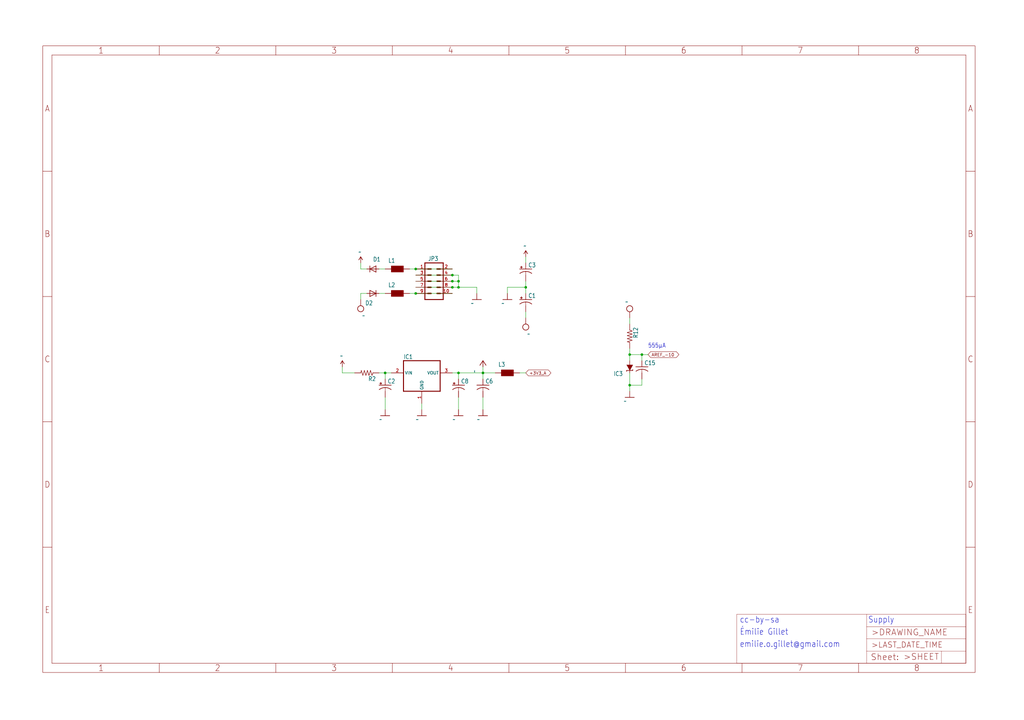
<source format=kicad_sch>
(kicad_sch (version 20211123) (generator eeschema)
  (paper "User" 425.45 299.161)
  (lib_symbols
    (symbol "rings-eagle-import:+3V3" (power)
      (property "Value" "+3V3" (at -2.54 -5.08 90))
      (symbol "+3V3_1_0"
        (polyline (pts (xy 0 0) (xy -1.27 -1.905)) (stroke (width 0.254)))
        (polyline (pts (xy 1.27 -1.905) (xy 0 0)) (stroke (width 0.254)))
        (pin power_in line (at 0 -2.54 90) (length 2.54) (name "+3V3") (number "1"))
      )
    )
    (symbol "rings-eagle-import:A3L-LOC"
      (symbol "A3L-LOC_1_0"
        (polyline (pts (xy 0 52.07) (xy 3.81 52.07)))
        (polyline (pts (xy 0 104.14) (xy 3.81 104.14)))
        (polyline (pts (xy 0 156.21) (xy 3.81 156.21)))
        (polyline (pts (xy 0 208.28) (xy 3.81 208.28)))
        (polyline (pts (xy 3.81 3.81) (xy 3.81 256.54)))
        (polyline (pts (xy 48.4188 0) (xy 48.4188 3.81)))
        (polyline (pts (xy 48.4188 256.54) (xy 48.4188 260.35)))
        (polyline (pts (xy 96.8375 0) (xy 96.8375 3.81)))
        (polyline (pts (xy 96.8375 256.54) (xy 96.8375 260.35)))
        (polyline (pts (xy 145.2563 0) (xy 145.2563 3.81)))
        (polyline (pts (xy 145.2563 256.54) (xy 145.2563 260.35)))
        (polyline (pts (xy 193.675 0) (xy 193.675 3.81)))
        (polyline (pts (xy 193.675 256.54) (xy 193.675 260.35)))
        (polyline (pts (xy 242.0938 0) (xy 242.0938 3.81)))
        (polyline (pts (xy 242.0938 256.54) (xy 242.0938 260.35)))
        (polyline (pts (xy 288.29 3.81) (xy 288.29 24.13)) (stroke (width 0.1016)))
        (polyline (pts (xy 288.29 3.81) (xy 342.265 3.81)) (stroke (width 0.1016)))
        (polyline (pts (xy 288.29 24.13) (xy 342.265 24.13)) (stroke (width 0.1016)))
        (polyline (pts (xy 290.5125 0) (xy 290.5125 3.81)))
        (polyline (pts (xy 290.5125 256.54) (xy 290.5125 260.35)))
        (polyline (pts (xy 338.9313 0) (xy 338.9313 3.81)))
        (polyline (pts (xy 338.9313 256.54) (xy 338.9313 260.35)))
        (polyline (pts (xy 342.265 3.81) (xy 373.38 3.81)) (stroke (width 0.1016)))
        (polyline (pts (xy 342.265 8.89) (xy 342.265 3.81)) (stroke (width 0.1016)))
        (polyline (pts (xy 342.265 8.89) (xy 342.265 13.97)) (stroke (width 0.1016)))
        (polyline (pts (xy 342.265 13.97) (xy 342.265 19.05)) (stroke (width 0.1016)))
        (polyline (pts (xy 342.265 13.97) (xy 383.54 13.97)) (stroke (width 0.1016)))
        (polyline (pts (xy 342.265 19.05) (xy 342.265 24.13)) (stroke (width 0.1016)))
        (polyline (pts (xy 342.265 19.05) (xy 383.54 19.05)) (stroke (width 0.1016)))
        (polyline (pts (xy 342.265 24.13) (xy 383.54 24.13)) (stroke (width 0.1016)))
        (polyline (pts (xy 373.38 3.81) (xy 373.38 8.89)) (stroke (width 0.1016)))
        (polyline (pts (xy 373.38 3.81) (xy 383.54 3.81)) (stroke (width 0.1016)))
        (polyline (pts (xy 373.38 8.89) (xy 342.265 8.89)) (stroke (width 0.1016)))
        (polyline (pts (xy 373.38 8.89) (xy 383.54 8.89)) (stroke (width 0.1016)))
        (polyline (pts (xy 383.54 3.81) (xy 3.81 3.81)))
        (polyline (pts (xy 383.54 3.81) (xy 383.54 8.89)) (stroke (width 0.1016)))
        (polyline (pts (xy 383.54 3.81) (xy 383.54 256.54)))
        (polyline (pts (xy 383.54 8.89) (xy 383.54 13.97)) (stroke (width 0.1016)))
        (polyline (pts (xy 383.54 13.97) (xy 383.54 19.05)) (stroke (width 0.1016)))
        (polyline (pts (xy 383.54 19.05) (xy 383.54 24.13)) (stroke (width 0.1016)))
        (polyline (pts (xy 383.54 52.07) (xy 387.35 52.07)))
        (polyline (pts (xy 383.54 104.14) (xy 387.35 104.14)))
        (polyline (pts (xy 383.54 156.21) (xy 387.35 156.21)))
        (polyline (pts (xy 383.54 208.28) (xy 387.35 208.28)))
        (polyline (pts (xy 383.54 256.54) (xy 3.81 256.54)))
        (polyline (pts (xy 0 0) (xy 387.35 0) (xy 387.35 260.35) (xy 0 260.35) (xy 0 0)))
        (text "1" (at 24.2094 1.905 0) (effects (font (size 2.54 2.286))))
        (text "1" (at 24.2094 258.445 0) (effects (font (size 2.54 2.286))))
        (text "2" (at 72.6281 1.905 0) (effects (font (size 2.54 2.286))))
        (text "2" (at 72.6281 258.445 0) (effects (font (size 2.54 2.286))))
        (text "3" (at 121.0469 1.905 0) (effects (font (size 2.54 2.286))))
        (text "3" (at 121.0469 258.445 0) (effects (font (size 2.54 2.286))))
        (text "4" (at 169.4656 1.905 0) (effects (font (size 2.54 2.286))))
        (text "4" (at 169.4656 258.445 0) (effects (font (size 2.54 2.286))))
        (text "5" (at 217.8844 1.905 0) (effects (font (size 2.54 2.286))))
        (text "5" (at 217.8844 258.445 0) (effects (font (size 2.54 2.286))))
        (text "6" (at 266.3031 1.905 0) (effects (font (size 2.54 2.286))))
        (text "6" (at 266.3031 258.445 0) (effects (font (size 2.54 2.286))))
        (text "7" (at 314.7219 1.905 0) (effects (font (size 2.54 2.286))))
        (text "7" (at 314.7219 258.445 0) (effects (font (size 2.54 2.286))))
        (text "8" (at 363.1406 1.905 0) (effects (font (size 2.54 2.286))))
        (text "8" (at 363.1406 258.445 0) (effects (font (size 2.54 2.286))))
        (text ">DRAWING_NAME" (at 344.17 15.24 0) (effects (font (size 2.54 2.54)) (justify left bottom)))
        (text ">LAST_DATE_TIME" (at 344.17 10.16 0) (effects (font (size 2.286 2.286)) (justify left bottom)))
        (text ">SHEET" (at 357.505 5.08 0) (effects (font (size 2.54 2.54)) (justify left bottom)))
        (text "A" (at 1.905 234.315 0) (effects (font (size 2.54 2.286))))
        (text "A" (at 385.445 234.315 0) (effects (font (size 2.54 2.286))))
        (text "B" (at 1.905 182.245 0) (effects (font (size 2.54 2.286))))
        (text "B" (at 385.445 182.245 0) (effects (font (size 2.54 2.286))))
        (text "C" (at 1.905 130.175 0) (effects (font (size 2.54 2.286))))
        (text "C" (at 385.445 130.175 0) (effects (font (size 2.54 2.286))))
        (text "D" (at 1.905 78.105 0) (effects (font (size 2.54 2.286))))
        (text "D" (at 385.445 78.105 0) (effects (font (size 2.54 2.286))))
        (text "E" (at 1.905 26.035 0) (effects (font (size 2.54 2.286))))
        (text "E" (at 385.445 26.035 0) (effects (font (size 2.54 2.286))))
        (text "Sheet:" (at 343.916 4.953 0) (effects (font (size 2.54 2.54)) (justify left bottom)))
      )
    )
    (symbol "rings-eagle-import:C-USC0603"
      (property "Reference" "C" (at 1.016 0.635 0))
      (property "Value" "C-USC0603" (at 1.016 -4.191 0))
      (symbol "C-USC0603_1_0"
        (arc (start 0 -1.0161) (mid -1.302 -1.2303) (end -2.4668 -1.8504) (stroke (width 0.254)))
        (polyline (pts (xy -2.54 0) (xy 2.54 0)) (stroke (width 0.254)))
        (polyline (pts (xy 0 -1.016) (xy 0 -2.54)) (stroke (width 0.1524)))
        (arc (start 2.4892 -1.8542) (mid 1.3158 -1.2195) (end 0 -1) (stroke (width 0.254)))
        (pin passive line (at 0 2.54 270) (length 2.54) (name "1") (number "1"))
        (pin passive line (at 0 -5.08 90) (length 2.54) (name "2") (number "2"))
      )
    )
    (symbol "rings-eagle-import:CPOL-USC"
      (property "Reference" "C" (at 1.016 0.635 0))
      (property "Value" "CPOL-USC" (at 1.016 -4.191 0))
      (symbol "CPOL-USC_1_0"
        (rectangle (start -2.253 0.668) (end -1.364 0.795) (fill (type outline)))
        (rectangle (start -1.872 0.287) (end -1.745 1.176) (fill (type outline)))
        (arc (start 0 -1.0161) (mid -1.3021 -1.2302) (end -2.4669 -1.8504) (stroke (width 0.254)))
        (polyline (pts (xy -2.54 0) (xy 2.54 0)) (stroke (width 0.254)))
        (polyline (pts (xy 0 -1.016) (xy 0 -2.54)) (stroke (width 0.1524)))
        (arc (start 2.4892 -1.8542) (mid 1.3158 -1.2195) (end 0 -1) (stroke (width 0.254)))
        (pin passive line (at 0 2.54 270) (length 2.54) (name "+") (number "+"))
        (pin passive line (at 0 -5.08 90) (length 2.54) (name "-") (number "-"))
      )
    )
    (symbol "rings-eagle-import:CPOL-USD"
      (property "Reference" "C" (at 1.016 0.635 0))
      (property "Value" "CPOL-USD" (at 1.016 -4.191 0))
      (symbol "CPOL-USD_1_0"
        (rectangle (start -2.253 0.668) (end -1.364 0.795) (fill (type outline)))
        (rectangle (start -1.872 0.287) (end -1.745 1.176) (fill (type outline)))
        (arc (start 0 -1.0161) (mid -1.3021 -1.2302) (end -2.4669 -1.8504) (stroke (width 0.254)))
        (polyline (pts (xy -2.54 0) (xy 2.54 0)) (stroke (width 0.254)))
        (polyline (pts (xy 0 -1.016) (xy 0 -2.54)) (stroke (width 0.1524)))
        (arc (start 2.4892 -1.8542) (mid 1.3158 -1.2195) (end 0 -1) (stroke (width 0.254)))
        (pin passive line (at 0 2.54 270) (length 2.54) (name "+") (number "+"))
        (pin passive line (at 0 -5.08 90) (length 2.54) (name "-") (number "-"))
      )
    )
    (symbol "rings-eagle-import:DIODE-SOD123"
      (property "Reference" "D" (at 2.54 0.4826 0))
      (property "Value" "DIODE-SOD123" (at 2.54 -2.3114 0))
      (symbol "DIODE-SOD123_1_0"
        (polyline (pts (xy -1.27 -1.27) (xy 1.27 0)) (stroke (width 0.254)))
        (polyline (pts (xy -1.27 1.27) (xy -1.27 -1.27)) (stroke (width 0.254)))
        (polyline (pts (xy 1.27 0) (xy -1.27 1.27)) (stroke (width 0.254)))
        (polyline (pts (xy 1.27 0) (xy 1.27 -1.27)) (stroke (width 0.254)))
        (polyline (pts (xy 1.27 1.27) (xy 1.27 0)) (stroke (width 0.254)))
        (pin passive line (at -2.54 0 0) (length 2.54) (name "A") (number "A"))
        (pin passive line (at 2.54 0 180) (length 2.54) (name "C") (number "C"))
      )
    )
    (symbol "rings-eagle-import:GND" (power)
      (property "Value" "GND" (at -2.54 -2.54 0))
      (symbol "GND_1_0"
        (polyline (pts (xy -1.905 0) (xy 1.905 0)) (stroke (width 0.254)))
        (pin power_in line (at 0 2.54 270) (length 2.54) (name "GND") (number "1"))
      )
    )
    (symbol "rings-eagle-import:LM4041DBZ"
      (property "Reference" "IC" (at 2.794 1.905 0))
      (property "Value" "LM4041DBZ" (at 2.794 -0.889 0))
      (symbol "LM4041DBZ_1_0"
        (polyline (pts (xy -1.27 1.524) (xy -1.27 1.143)) (stroke (width 0.254)))
        (polyline (pts (xy 0 1.524) (xy -1.27 1.524)) (stroke (width 0.254)))
        (polyline (pts (xy 1.27 1.524) (xy 0 1.524)) (stroke (width 0.254)))
        (polyline (pts (xy 1.27 1.905) (xy 1.27 1.524)) (stroke (width 0.254)))
        (polyline (pts (xy 0 1.524) (xy -1.27 -0.762) (xy 1.27 -0.762)) (fill (type outline)))
        (pin passive line (at 0 2.54 270) (length 2.54) (name "C") (number "1"))
        (pin passive line (at 0 -2.54 90) (length 2.54) (name "A") (number "2"))
      )
    )
    (symbol "rings-eagle-import:M05X2PTH"
      (property "Reference" "JP" (at -2.54 8.382 0))
      (property "Value" "M05X2PTH" (at -2.54 -10.16 0))
      (symbol "M05X2PTH_1_0"
        (polyline (pts (xy -3.81 7.62) (xy -3.81 -7.62)) (stroke (width 0.4064)))
        (polyline (pts (xy -3.81 7.62) (xy 3.81 7.62)) (stroke (width 0.4064)))
        (polyline (pts (xy -1.27 -5.08) (xy -2.54 -5.08)) (stroke (width 0.6096)))
        (polyline (pts (xy -1.27 -2.54) (xy -2.54 -2.54)) (stroke (width 0.6096)))
        (polyline (pts (xy -1.27 0) (xy -2.54 0)) (stroke (width 0.6096)))
        (polyline (pts (xy -1.27 2.54) (xy -2.54 2.54)) (stroke (width 0.6096)))
        (polyline (pts (xy -1.27 5.08) (xy -2.54 5.08)) (stroke (width 0.6096)))
        (polyline (pts (xy 1.27 -5.08) (xy 2.54 -5.08)) (stroke (width 0.6096)))
        (polyline (pts (xy 1.27 -2.54) (xy 2.54 -2.54)) (stroke (width 0.6096)))
        (polyline (pts (xy 1.27 0) (xy 2.54 0)) (stroke (width 0.6096)))
        (polyline (pts (xy 1.27 2.54) (xy 2.54 2.54)) (stroke (width 0.6096)))
        (polyline (pts (xy 1.27 5.08) (xy 2.54 5.08)) (stroke (width 0.6096)))
        (polyline (pts (xy 3.81 -7.62) (xy -3.81 -7.62)) (stroke (width 0.4064)))
        (polyline (pts (xy 3.81 -7.62) (xy 3.81 7.62)) (stroke (width 0.4064)))
        (pin passive line (at -7.62 5.08 0) (length 5.08) (name "1") (number "1"))
        (pin passive line (at 7.62 -5.08 180) (length 5.08) (name "10") (number "10"))
        (pin passive line (at 7.62 5.08 180) (length 5.08) (name "2") (number "2"))
        (pin passive line (at -7.62 2.54 0) (length 5.08) (name "3") (number "3"))
        (pin passive line (at 7.62 2.54 180) (length 5.08) (name "4") (number "4"))
        (pin passive line (at -7.62 0 0) (length 5.08) (name "5") (number "5"))
        (pin passive line (at 7.62 0 180) (length 5.08) (name "6") (number "6"))
        (pin passive line (at -7.62 -2.54 0) (length 5.08) (name "7") (number "7"))
        (pin passive line (at 7.62 -2.54 180) (length 5.08) (name "8") (number "8"))
        (pin passive line (at -7.62 -5.08 0) (length 5.08) (name "9") (number "9"))
      )
    )
    (symbol "rings-eagle-import:R-US_R0603"
      (property "Reference" "R" (at -3.81 1.4986 0))
      (property "Value" "R-US_R0603" (at -3.81 -3.302 0))
      (symbol "R-US_R0603_1_0"
        (polyline (pts (xy -2.54 0) (xy -2.159 1.016)) (stroke (width 0.2032)))
        (polyline (pts (xy -2.159 1.016) (xy -1.524 -1.016)) (stroke (width 0.2032)))
        (polyline (pts (xy -1.524 -1.016) (xy -0.889 1.016)) (stroke (width 0.2032)))
        (polyline (pts (xy -0.889 1.016) (xy -0.254 -1.016)) (stroke (width 0.2032)))
        (polyline (pts (xy -0.254 -1.016) (xy 0.381 1.016)) (stroke (width 0.2032)))
        (polyline (pts (xy 0.381 1.016) (xy 1.016 -1.016)) (stroke (width 0.2032)))
        (polyline (pts (xy 1.016 -1.016) (xy 1.651 1.016)) (stroke (width 0.2032)))
        (polyline (pts (xy 1.651 1.016) (xy 2.286 -1.016)) (stroke (width 0.2032)))
        (polyline (pts (xy 2.286 -1.016) (xy 2.54 0)) (stroke (width 0.2032)))
        (pin passive line (at -5.08 0 0) (length 2.54) (name "1") (number "1"))
        (pin passive line (at 5.08 0 180) (length 2.54) (name "2") (number "2"))
      )
    )
    (symbol "rings-eagle-import:R-US_R1206"
      (property "Reference" "R" (at -3.81 1.4986 0))
      (property "Value" "R-US_R1206" (at -3.81 -3.302 0))
      (symbol "R-US_R1206_1_0"
        (polyline (pts (xy -2.54 0) (xy -2.159 1.016)) (stroke (width 0.2032)))
        (polyline (pts (xy -2.159 1.016) (xy -1.524 -1.016)) (stroke (width 0.2032)))
        (polyline (pts (xy -1.524 -1.016) (xy -0.889 1.016)) (stroke (width 0.2032)))
        (polyline (pts (xy -0.889 1.016) (xy -0.254 -1.016)) (stroke (width 0.2032)))
        (polyline (pts (xy -0.254 -1.016) (xy 0.381 1.016)) (stroke (width 0.2032)))
        (polyline (pts (xy 0.381 1.016) (xy 1.016 -1.016)) (stroke (width 0.2032)))
        (polyline (pts (xy 1.016 -1.016) (xy 1.651 1.016)) (stroke (width 0.2032)))
        (polyline (pts (xy 1.651 1.016) (xy 2.286 -1.016)) (stroke (width 0.2032)))
        (polyline (pts (xy 2.286 -1.016) (xy 2.54 0)) (stroke (width 0.2032)))
        (pin passive line (at -5.08 0 0) (length 2.54) (name "1") (number "1"))
        (pin passive line (at 5.08 0 180) (length 2.54) (name "2") (number "2"))
      )
    )
    (symbol "rings-eagle-import:REG1117T"
      (property "Reference" "IC" (at -7.62 5.715 0))
      (property "Value" "REG1117T" (at -5.08 2.54 0))
      (symbol "REG1117T_1_0"
        (polyline (pts (xy -7.62 -7.62) (xy 7.62 -7.62)) (stroke (width 0.4064)))
        (polyline (pts (xy -7.62 5.08) (xy -7.62 -7.62)) (stroke (width 0.4064)))
        (polyline (pts (xy 7.62 -7.62) (xy 7.62 5.08)) (stroke (width 0.4064)))
        (polyline (pts (xy 7.62 5.08) (xy -7.62 5.08)) (stroke (width 0.4064)))
        (pin power_in line (at 0 -12.7 90) (length 5.08) (name "GND") (number "1"))
        (pin input line (at -12.7 0 0) (length 5.08) (name "VIN") (number "2"))
        (pin output line (at 12.7 0 180) (length 5.08) (name "VOUT") (number "3"))
      )
    )
    (symbol "rings-eagle-import:VCC" (power)
      (property "Value" "VCC" (at -1.016 3.556 0))
      (symbol "VCC_1_0"
        (polyline (pts (xy 0 2.54) (xy -0.762 1.27)) (stroke (width 0.254)))
        (polyline (pts (xy 0.762 1.27) (xy 0 2.54)) (stroke (width 0.254)))
        (pin power_in line (at 0 0 90) (length 2.54) (name "VCC") (number "1"))
      )
    )
    (symbol "rings-eagle-import:VEE" (power)
      (property "Value" "VEE" (at -1.905 3.175 0))
      (symbol "VEE_1_0"
        (circle (center 0 1.27) (radius 1.27) (stroke (width 0.254)))
        (pin power_in line (at 0 -2.54 90) (length 2.54) (name "VEE") (number "1"))
      )
    )
    (symbol "rings-eagle-import:WE-CBF_0603"
      (property "Reference" "L" (at -3.81 5.08 0))
      (property "Value" "WE-CBF_0603" (at -3.81 -1.27 0))
      (symbol "WE-CBF_0603_1_0"
        (rectangle (start -2.54 1.27) (end 2.54 3.81) (fill (type outline)))
        (pin passive line (at -5.08 2.54 0) (length 2.54) (name "1") (number "1"))
        (pin passive line (at 5.08 2.54 180) (length 2.54) (name "2") (number "2"))
      )
    )
  )
  (junction (at 266.7 147.32))
  (junction (at 190.5 116.84))
  (junction (at 187.96 114.3))
  (junction (at 190.5 154.94))
  (junction (at 261.62 147.32))
  (junction (at 218.44 119.38))
  (junction (at 172.72 111.76))
  (junction (at 172.72 121.92))
  (junction (at 187.96 119.38))
  (junction (at 261.62 160.02))
  (junction (at 160.02 154.94))
  (junction (at 200.66 154.94))
  (junction (at 187.96 116.84))
  (junction (at 190.5 119.38))
  (wire (pts (xy 147.32 154.94) (xy 142.24 154.94)))
  (wire (pts (xy 157.48 111.76) (xy 160.02 111.76)))
  (wire (pts (xy 200.66 154.94) (xy 200.66 157.48)))
  (wire (pts (xy 261.62 160.02) (xy 261.62 162.56)))
  (wire (pts (xy 205.74 154.94) (xy 200.66 154.94)))
  (wire (pts (xy 160.02 165.1) (xy 160.02 170.18)))
  (wire (pts (xy 149.86 121.92) (xy 149.86 124.46)))
  (wire (pts (xy 187.96 114.3) (xy 190.5 114.3)))
  (wire (pts (xy 218.44 109.22) (xy 218.44 106.68)))
  (wire (pts (xy 190.5 116.84) (xy 187.96 116.84)))
  (wire (pts (xy 190.5 165.1) (xy 190.5 170.18)))
  (wire (pts (xy 142.24 154.94) (xy 142.24 152.4)))
  (wire (pts (xy 218.44 119.38) (xy 218.44 116.84)))
  (wire (pts (xy 266.7 147.32) (xy 266.7 149.86)))
  (wire (pts (xy 175.26 167.64) (xy 175.26 170.18)))
  (wire (pts (xy 218.44 119.38) (xy 218.44 121.92)))
  (wire (pts (xy 190.5 154.94) (xy 200.66 154.94)))
  (wire (pts (xy 160.02 157.48) (xy 160.02 154.94)))
  (wire (pts (xy 210.82 119.38) (xy 210.82 121.92)))
  (wire (pts (xy 218.44 129.54) (xy 218.44 132.08)))
  (wire (pts (xy 172.72 114.3) (xy 187.96 114.3)))
  (wire (pts (xy 172.72 121.92) (xy 187.96 121.92)))
  (wire (pts (xy 261.62 160.02) (xy 266.7 160.02)))
  (wire (pts (xy 187.96 116.84) (xy 172.72 116.84)))
  (wire (pts (xy 190.5 116.84) (xy 190.5 119.38)))
  (wire (pts (xy 190.5 119.38) (xy 198.12 119.38)))
  (wire (pts (xy 261.62 147.32) (xy 261.62 144.78)))
  (wire (pts (xy 266.7 157.48) (xy 266.7 160.02)))
  (wire (pts (xy 187.96 119.38) (xy 190.5 119.38)))
  (wire (pts (xy 170.18 121.92) (xy 172.72 121.92)))
  (wire (pts (xy 266.7 147.32) (xy 261.62 147.32)))
  (wire (pts (xy 157.48 121.92) (xy 160.02 121.92)))
  (wire (pts (xy 149.86 111.76) (xy 152.4 111.76)))
  (wire (pts (xy 200.66 154.94) (xy 200.66 152.4)))
  (wire (pts (xy 261.62 134.62) (xy 261.62 132.08)))
  (wire (pts (xy 187.96 154.94) (xy 190.5 154.94)))
  (wire (pts (xy 149.86 121.92) (xy 152.4 121.92)))
  (wire (pts (xy 190.5 114.3) (xy 190.5 116.84)))
  (wire (pts (xy 190.5 157.48) (xy 190.5 154.94)))
  (wire (pts (xy 200.66 165.1) (xy 200.66 170.18)))
  (wire (pts (xy 160.02 154.94) (xy 162.56 154.94)))
  (wire (pts (xy 172.72 111.76) (xy 187.96 111.76)))
  (wire (pts (xy 261.62 154.94) (xy 261.62 160.02)))
  (wire (pts (xy 215.9 154.94) (xy 218.44 154.94)))
  (wire (pts (xy 172.72 119.38) (xy 187.96 119.38)))
  (wire (pts (xy 261.62 149.86) (xy 261.62 147.32)))
  (wire (pts (xy 266.7 147.32) (xy 269.24 147.32)))
  (wire (pts (xy 170.18 111.76) (xy 172.72 111.76)))
  (wire (pts (xy 218.44 119.38) (xy 210.82 119.38)))
  (wire (pts (xy 157.48 154.94) (xy 160.02 154.94)))
  (wire (pts (xy 149.86 111.76) (xy 149.86 109.22)))
  (wire (pts (xy 198.12 119.38) (xy 198.12 121.92)))
  (text "555µA" (at 269.24 144.78 180) (effects (font (size 1.778 1.5113)) (justify left bottom)))
  (text "Supply" (at 360.68 259.08 180) (effects (font (size 2.54 2.159)) (justify left bottom)))
  (text "emilie.o.gillet@gmail.com" (at 307.34 269.24 180) (effects (font (size 2.54 2.159)) (justify left bottom)))
  (text "Émilie Gillet" (at 307.34 264.16 180) (effects (font (size 2.54 2.159)) (justify left bottom)))
  (text "cc-by-sa" (at 307.34 259.08 180) (effects (font (size 2.54 2.159)) (justify left bottom)))
  (global_label "AREF_-10" (shape bidirectional) (at 269.24 147.32 0) (effects (font (size 1.2446 1.2446))) (property "Intersheet References" "${INTERSHEET_REFS}" (effects hide)))
  (global_label "+3V3_A" (shape bidirectional) (at 218.44 154.94 0) (effects (font (size 1.2446 1.2446))) (property "Intersheet References" "${INTERSHEET_REFS}" (effects hide)))
  (symbol (lib_id "rings-eagle-import:M05X2PTH") (at 180.34 116.84 0) (unit 1)
    (property "Reference" "JP3" (at 177.8 108.458 0) (effects (font (size 1.778 1.5113)) (justify left bottom)))
  )
  (symbol (lib_id "rings-eagle-import:R-US_R1206") (at 152.4 154.94 180) (unit 1)
    (property "Reference" "R2" (at 156.21 156.4386 0) (effects (font (size 1.778 1.5113)) (justify left bottom)))
  )
  (symbol (lib_id "rings-eagle-import:GND") (at 200.66 172.72 0) (unit 1)
    (property "Reference" "#GND36" (effects hide))
  )
  (symbol (lib_id "rings-eagle-import:+3V3") (at 200.66 149.86 0) (unit 1)
    (property "Reference" "#+3V1" (effects hide))
  )
  (symbol (lib_id "rings-eagle-import:VEE") (at 218.44 134.62 180) (unit 1)
    (property "Reference" "#SUPPLY3" (effects hide))
  )
  (symbol (lib_id "rings-eagle-import:R-US_R0603") (at 261.62 139.7 270) (unit 1)
    (property "Reference" "R12" (at 263.1186 135.89 0) (effects (font (size 1.778 1.5113)) (justify left bottom)))
  )
  (symbol (lib_id "rings-eagle-import:REG1117T") (at 175.26 154.94 0) (unit 1)
    (property "Reference" "IC1" (at 167.64 149.225 0) (effects (font (size 1.778 1.5113)) (justify left bottom)))
  )
  (symbol (lib_id "rings-eagle-import:WE-CBF_0603") (at 165.1 114.3 0) (unit 1)
    (property "Reference" "L1" (at 161.29 109.22 0) (effects (font (size 1.778 1.5113)) (justify left bottom)))
  )
  (symbol (lib_id "rings-eagle-import:CPOL-USC") (at 218.44 124.46 0) (unit 1)
    (property "Reference" "C1" (at 219.456 123.825 0) (effects (font (size 1.778 1.5113)) (justify left bottom)))
  )
  (symbol (lib_id "rings-eagle-import:GND") (at 190.5 172.72 0) (unit 1)
    (property "Reference" "#GND35" (effects hide))
  )
  (symbol (lib_id "rings-eagle-import:GND") (at 210.82 124.46 0) (unit 1)
    (property "Reference" "#GND24" (effects hide))
  )
  (symbol (lib_id "rings-eagle-import:C-USC0603") (at 266.7 152.4 0) (unit 1)
    (property "Reference" "C15" (at 267.716 151.765 0) (effects (font (size 1.778 1.5113)) (justify left bottom)))
  )
  (symbol (lib_id "rings-eagle-import:A3L-LOC") (at 17.78 279.4 0) (unit 1)
    (property "Reference" "#FRAME2" (effects hide))
  )
  (symbol (lib_id "rings-eagle-import:LM4041DBZ") (at 261.62 152.4 180) (unit 1)
    (property "Reference" "IC3" (at 258.826 154.305 0) (effects (font (size 1.778 1.5113)) (justify left bottom)))
  )
  (symbol (lib_id "rings-eagle-import:GND") (at 261.62 165.1 0) (unit 1)
    (property "Reference" "#GND69" (effects hide))
  )
  (symbol (lib_id "rings-eagle-import:DIODE-SOD123") (at 154.94 111.76 180) (unit 1)
    (property "Reference" "D1" (at 154.94 108.7374 0) (effects (font (size 1.778 1.5113)) (justify right top)))
  )
  (symbol (lib_id "rings-eagle-import:CPOL-USD") (at 160.02 160.02 0) (unit 1)
    (property "Reference" "C2" (at 161.036 159.385 0) (effects (font (size 1.778 1.5113)) (justify left bottom)))
  )
  (symbol (lib_id "rings-eagle-import:VCC") (at 218.44 106.68 0) (unit 1)
    (property "Reference" "#P+3" (effects hide))
  )
  (symbol (lib_id "rings-eagle-import:CPOL-USD") (at 218.44 111.76 0) (unit 1)
    (property "Reference" "C3" (at 219.456 111.125 0) (effects (font (size 1.778 1.5113)) (justify left bottom)))
  )
  (symbol (lib_id "rings-eagle-import:VCC") (at 149.86 109.22 0) (unit 1)
    (property "Reference" "#P+2" (effects hide))
  )
  (symbol (lib_id "rings-eagle-import:DIODE-SOD123") (at 154.94 121.92 0) (unit 1)
    (property "Reference" "D2" (at 154.94 124.9426 0) (effects (font (size 1.778 1.5113)) (justify right top)))
  )
  (symbol (lib_id "rings-eagle-import:WE-CBF_0603") (at 165.1 124.46 0) (unit 1)
    (property "Reference" "L2" (at 161.29 119.38 0) (effects (font (size 1.778 1.5113)) (justify left bottom)))
  )
  (symbol (lib_id "rings-eagle-import:GND") (at 175.26 172.72 0) (unit 1)
    (property "Reference" "#GND34" (effects hide))
  )
  (symbol (lib_id "rings-eagle-import:VEE") (at 149.86 127 180) (unit 1)
    (property "Reference" "#SUPPLY2" (effects hide))
  )
  (symbol (lib_id "rings-eagle-import:CPOL-USD") (at 190.5 160.02 0) (unit 1)
    (property "Reference" "C8" (at 191.516 159.385 0) (effects (font (size 1.778 1.5113)) (justify left bottom)))
  )
  (symbol (lib_id "rings-eagle-import:GND") (at 198.12 124.46 0) (unit 1)
    (property "Reference" "#GND4" (effects hide))
  )
  (symbol (lib_id "rings-eagle-import:GND") (at 160.02 172.72 0) (unit 1)
    (property "Reference" "#GND43" (effects hide))
  )
  (symbol (lib_id "rings-eagle-import:C-USC0603") (at 200.66 160.02 0) (unit 1)
    (property "Reference" "C6" (at 201.676 159.385 0) (effects (font (size 1.778 1.5113)) (justify left bottom)))
  )
  (symbol (lib_id "rings-eagle-import:VCC") (at 142.24 152.4 0) (unit 1)
    (property "Reference" "#P+8" (effects hide))
  )
  (symbol (lib_id "rings-eagle-import:VEE") (at 261.62 129.54 0) (unit 1)
    (property "Reference" "#SUPPLY1" (effects hide))
  )
  (symbol (lib_id "rings-eagle-import:WE-CBF_0603") (at 210.82 157.48 0) (unit 1)
    (property "Reference" "L3" (at 207.01 152.4 0) (effects (font (size 1.778 1.5113)) (justify left bottom)))
  )
)
</source>
